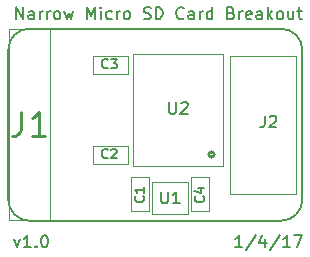
<source format=gbr>
%TF.GenerationSoftware,KiCad,Pcbnew,4.0.4+e1-6308~48~ubuntu16.04.1-stable*%
%TF.CreationDate,2017-01-04T16:55:51-08:00*%
%TF.ProjectId,sd-micro-pushpull-0475710001-breakout,73642D6D6963726F2D7075736870756C,v1.0*%
%TF.FileFunction,Other,Fab,Top*%
%FSLAX46Y46*%
G04 Gerber Fmt 4.6, Leading zero omitted, Abs format (unit mm)*
G04 Created by KiCad (PCBNEW 4.0.4+e1-6308~48~ubuntu16.04.1-stable) date Wed Jan  4 16:55:51 2017*
%MOMM*%
%LPD*%
G01*
G04 APERTURE LIST*
%ADD10C,0.350000*%
%ADD11C,0.152400*%
%ADD12C,0.050000*%
%ADD13C,0.040640*%
%ADD14C,0.254000*%
%ADD15C,0.050800*%
%ADD16C,0.150000*%
G04 APERTURE END LIST*
D10*
D11*
X122428003Y-110018286D02*
X122669908Y-110695619D01*
X122911812Y-110018286D01*
X123831050Y-110695619D02*
X123250479Y-110695619D01*
X123540765Y-110695619D02*
X123540765Y-109679619D01*
X123444003Y-109824762D01*
X123347241Y-109921524D01*
X123250479Y-109969905D01*
X124266479Y-110598857D02*
X124314860Y-110647238D01*
X124266479Y-110695619D01*
X124218098Y-110647238D01*
X124266479Y-110598857D01*
X124266479Y-110695619D01*
X124943813Y-109679619D02*
X125040574Y-109679619D01*
X125137336Y-109728000D01*
X125185717Y-109776381D01*
X125234098Y-109873143D01*
X125282479Y-110066667D01*
X125282479Y-110308571D01*
X125234098Y-110502095D01*
X125185717Y-110598857D01*
X125137336Y-110647238D01*
X125040574Y-110695619D01*
X124943813Y-110695619D01*
X124847051Y-110647238D01*
X124798670Y-110598857D01*
X124750289Y-110502095D01*
X124701908Y-110308571D01*
X124701908Y-110066667D01*
X124750289Y-109873143D01*
X124798670Y-109776381D01*
X124847051Y-109728000D01*
X124943813Y-109679619D01*
X141731998Y-110695619D02*
X141151427Y-110695619D01*
X141441713Y-110695619D02*
X141441713Y-109679619D01*
X141344951Y-109824762D01*
X141248189Y-109921524D01*
X141151427Y-109969905D01*
X142893141Y-109631238D02*
X142022284Y-110937524D01*
X143667236Y-110018286D02*
X143667236Y-110695619D01*
X143425332Y-109631238D02*
X143183427Y-110356952D01*
X143812379Y-110356952D01*
X144925141Y-109631238D02*
X144054284Y-110937524D01*
X145795998Y-110695619D02*
X145215427Y-110695619D01*
X145505713Y-110695619D02*
X145505713Y-109679619D01*
X145408951Y-109824762D01*
X145312189Y-109921524D01*
X145215427Y-109969905D01*
X146134665Y-109679619D02*
X146811998Y-109679619D01*
X146376570Y-110695619D01*
X122597336Y-91391619D02*
X122597336Y-90375619D01*
X123177907Y-91391619D01*
X123177907Y-90375619D01*
X124097145Y-91391619D02*
X124097145Y-90859429D01*
X124048764Y-90762667D01*
X123952002Y-90714286D01*
X123758479Y-90714286D01*
X123661717Y-90762667D01*
X124097145Y-91343238D02*
X124000383Y-91391619D01*
X123758479Y-91391619D01*
X123661717Y-91343238D01*
X123613336Y-91246476D01*
X123613336Y-91149714D01*
X123661717Y-91052952D01*
X123758479Y-91004571D01*
X124000383Y-91004571D01*
X124097145Y-90956190D01*
X124580955Y-91391619D02*
X124580955Y-90714286D01*
X124580955Y-90907810D02*
X124629336Y-90811048D01*
X124677717Y-90762667D01*
X124774479Y-90714286D01*
X124871240Y-90714286D01*
X125209907Y-91391619D02*
X125209907Y-90714286D01*
X125209907Y-90907810D02*
X125258288Y-90811048D01*
X125306669Y-90762667D01*
X125403431Y-90714286D01*
X125500192Y-90714286D01*
X125984002Y-91391619D02*
X125887240Y-91343238D01*
X125838859Y-91294857D01*
X125790478Y-91198095D01*
X125790478Y-90907810D01*
X125838859Y-90811048D01*
X125887240Y-90762667D01*
X125984002Y-90714286D01*
X126129144Y-90714286D01*
X126225906Y-90762667D01*
X126274287Y-90811048D01*
X126322668Y-90907810D01*
X126322668Y-91198095D01*
X126274287Y-91294857D01*
X126225906Y-91343238D01*
X126129144Y-91391619D01*
X125984002Y-91391619D01*
X126661335Y-90714286D02*
X126854859Y-91391619D01*
X127048382Y-90907810D01*
X127241906Y-91391619D01*
X127435430Y-90714286D01*
X128596573Y-91391619D02*
X128596573Y-90375619D01*
X128935239Y-91101333D01*
X129273906Y-90375619D01*
X129273906Y-91391619D01*
X129757716Y-91391619D02*
X129757716Y-90714286D01*
X129757716Y-90375619D02*
X129709335Y-90424000D01*
X129757716Y-90472381D01*
X129806097Y-90424000D01*
X129757716Y-90375619D01*
X129757716Y-90472381D01*
X130676954Y-91343238D02*
X130580192Y-91391619D01*
X130386669Y-91391619D01*
X130289907Y-91343238D01*
X130241526Y-91294857D01*
X130193145Y-91198095D01*
X130193145Y-90907810D01*
X130241526Y-90811048D01*
X130289907Y-90762667D01*
X130386669Y-90714286D01*
X130580192Y-90714286D01*
X130676954Y-90762667D01*
X131112383Y-91391619D02*
X131112383Y-90714286D01*
X131112383Y-90907810D02*
X131160764Y-90811048D01*
X131209145Y-90762667D01*
X131305907Y-90714286D01*
X131402668Y-90714286D01*
X131886478Y-91391619D02*
X131789716Y-91343238D01*
X131741335Y-91294857D01*
X131692954Y-91198095D01*
X131692954Y-90907810D01*
X131741335Y-90811048D01*
X131789716Y-90762667D01*
X131886478Y-90714286D01*
X132031620Y-90714286D01*
X132128382Y-90762667D01*
X132176763Y-90811048D01*
X132225144Y-90907810D01*
X132225144Y-91198095D01*
X132176763Y-91294857D01*
X132128382Y-91343238D01*
X132031620Y-91391619D01*
X131886478Y-91391619D01*
X133386287Y-91343238D02*
X133531430Y-91391619D01*
X133773334Y-91391619D01*
X133870096Y-91343238D01*
X133918477Y-91294857D01*
X133966858Y-91198095D01*
X133966858Y-91101333D01*
X133918477Y-91004571D01*
X133870096Y-90956190D01*
X133773334Y-90907810D01*
X133579811Y-90859429D01*
X133483049Y-90811048D01*
X133434668Y-90762667D01*
X133386287Y-90665905D01*
X133386287Y-90569143D01*
X133434668Y-90472381D01*
X133483049Y-90424000D01*
X133579811Y-90375619D01*
X133821715Y-90375619D01*
X133966858Y-90424000D01*
X134402287Y-91391619D02*
X134402287Y-90375619D01*
X134644192Y-90375619D01*
X134789334Y-90424000D01*
X134886096Y-90520762D01*
X134934477Y-90617524D01*
X134982858Y-90811048D01*
X134982858Y-90956190D01*
X134934477Y-91149714D01*
X134886096Y-91246476D01*
X134789334Y-91343238D01*
X134644192Y-91391619D01*
X134402287Y-91391619D01*
X136772953Y-91294857D02*
X136724572Y-91343238D01*
X136579429Y-91391619D01*
X136482667Y-91391619D01*
X136337525Y-91343238D01*
X136240763Y-91246476D01*
X136192382Y-91149714D01*
X136144001Y-90956190D01*
X136144001Y-90811048D01*
X136192382Y-90617524D01*
X136240763Y-90520762D01*
X136337525Y-90424000D01*
X136482667Y-90375619D01*
X136579429Y-90375619D01*
X136724572Y-90424000D01*
X136772953Y-90472381D01*
X137643810Y-91391619D02*
X137643810Y-90859429D01*
X137595429Y-90762667D01*
X137498667Y-90714286D01*
X137305144Y-90714286D01*
X137208382Y-90762667D01*
X137643810Y-91343238D02*
X137547048Y-91391619D01*
X137305144Y-91391619D01*
X137208382Y-91343238D01*
X137160001Y-91246476D01*
X137160001Y-91149714D01*
X137208382Y-91052952D01*
X137305144Y-91004571D01*
X137547048Y-91004571D01*
X137643810Y-90956190D01*
X138127620Y-91391619D02*
X138127620Y-90714286D01*
X138127620Y-90907810D02*
X138176001Y-90811048D01*
X138224382Y-90762667D01*
X138321144Y-90714286D01*
X138417905Y-90714286D01*
X139192000Y-91391619D02*
X139192000Y-90375619D01*
X139192000Y-91343238D02*
X139095238Y-91391619D01*
X138901715Y-91391619D01*
X138804953Y-91343238D01*
X138756572Y-91294857D01*
X138708191Y-91198095D01*
X138708191Y-90907810D01*
X138756572Y-90811048D01*
X138804953Y-90762667D01*
X138901715Y-90714286D01*
X139095238Y-90714286D01*
X139192000Y-90762667D01*
X140788571Y-90859429D02*
X140933714Y-90907810D01*
X140982095Y-90956190D01*
X141030476Y-91052952D01*
X141030476Y-91198095D01*
X140982095Y-91294857D01*
X140933714Y-91343238D01*
X140836952Y-91391619D01*
X140449905Y-91391619D01*
X140449905Y-90375619D01*
X140788571Y-90375619D01*
X140885333Y-90424000D01*
X140933714Y-90472381D01*
X140982095Y-90569143D01*
X140982095Y-90665905D01*
X140933714Y-90762667D01*
X140885333Y-90811048D01*
X140788571Y-90859429D01*
X140449905Y-90859429D01*
X141465905Y-91391619D02*
X141465905Y-90714286D01*
X141465905Y-90907810D02*
X141514286Y-90811048D01*
X141562667Y-90762667D01*
X141659429Y-90714286D01*
X141756190Y-90714286D01*
X142481904Y-91343238D02*
X142385142Y-91391619D01*
X142191619Y-91391619D01*
X142094857Y-91343238D01*
X142046476Y-91246476D01*
X142046476Y-90859429D01*
X142094857Y-90762667D01*
X142191619Y-90714286D01*
X142385142Y-90714286D01*
X142481904Y-90762667D01*
X142530285Y-90859429D01*
X142530285Y-90956190D01*
X142046476Y-91052952D01*
X143401142Y-91391619D02*
X143401142Y-90859429D01*
X143352761Y-90762667D01*
X143255999Y-90714286D01*
X143062476Y-90714286D01*
X142965714Y-90762667D01*
X143401142Y-91343238D02*
X143304380Y-91391619D01*
X143062476Y-91391619D01*
X142965714Y-91343238D01*
X142917333Y-91246476D01*
X142917333Y-91149714D01*
X142965714Y-91052952D01*
X143062476Y-91004571D01*
X143304380Y-91004571D01*
X143401142Y-90956190D01*
X143884952Y-91391619D02*
X143884952Y-90375619D01*
X143981714Y-91004571D02*
X144271999Y-91391619D01*
X144271999Y-90714286D02*
X143884952Y-91101333D01*
X144852571Y-91391619D02*
X144755809Y-91343238D01*
X144707428Y-91294857D01*
X144659047Y-91198095D01*
X144659047Y-90907810D01*
X144707428Y-90811048D01*
X144755809Y-90762667D01*
X144852571Y-90714286D01*
X144997713Y-90714286D01*
X145094475Y-90762667D01*
X145142856Y-90811048D01*
X145191237Y-90907810D01*
X145191237Y-91198095D01*
X145142856Y-91294857D01*
X145094475Y-91343238D01*
X144997713Y-91391619D01*
X144852571Y-91391619D01*
X146062094Y-90714286D02*
X146062094Y-91391619D01*
X145626666Y-90714286D02*
X145626666Y-91246476D01*
X145675047Y-91343238D01*
X145771809Y-91391619D01*
X145916951Y-91391619D01*
X146013713Y-91343238D01*
X146062094Y-91294857D01*
X146400761Y-90714286D02*
X146787809Y-90714286D01*
X146545904Y-90375619D02*
X146545904Y-91246476D01*
X146594285Y-91343238D01*
X146691047Y-91391619D01*
X146787809Y-91391619D01*
X121920000Y-93980000D02*
X121920000Y-106680000D01*
X146812000Y-93980000D02*
X146812000Y-106680000D01*
X121920000Y-106680000D02*
G75*
G03X123698000Y-108458000I1778000J0D01*
G01*
X145034000Y-108458000D02*
X123698000Y-108458000D01*
X145034000Y-108458000D02*
G75*
G03X146812000Y-106680000I0J1778000D01*
G01*
X146812000Y-93980000D02*
G75*
G03X145034000Y-92202000I-1778000J0D01*
G01*
X123698000Y-92202000D02*
X145034000Y-92202000D01*
X123698000Y-92202000D02*
G75*
G03X121920000Y-93980000I0J-1778000D01*
G01*
D12*
X133846000Y-104722000D02*
X133846000Y-107622000D01*
X133846000Y-104722000D02*
X132346000Y-104722000D01*
X133846000Y-107622000D02*
X132346000Y-107622000D01*
X132346000Y-104722000D02*
X132346000Y-107622000D01*
X132018000Y-103620000D02*
X129118000Y-103620000D01*
X132018000Y-103620000D02*
X132018000Y-102120000D01*
X129118000Y-103620000D02*
X129118000Y-102120000D01*
X132018000Y-102120000D02*
X129118000Y-102120000D01*
X132018000Y-96000000D02*
X129118000Y-96000000D01*
X132018000Y-96000000D02*
X132018000Y-94500000D01*
X129118000Y-96000000D02*
X129118000Y-94500000D01*
X132018000Y-94500000D02*
X129118000Y-94500000D01*
X138926000Y-104734000D02*
X138926000Y-107634000D01*
X138926000Y-104734000D02*
X137426000Y-104734000D01*
X138926000Y-107634000D02*
X137426000Y-107634000D01*
X137426000Y-104734000D02*
X137426000Y-107634000D01*
X125448000Y-108430000D02*
X125448000Y-92230000D01*
X125458000Y-108420000D02*
X121958000Y-108420000D01*
X121968000Y-108440000D02*
X121968000Y-92240000D01*
X125468000Y-92250000D02*
X121968000Y-92250000D01*
X146284000Y-106197400D02*
X146284000Y-94513400D01*
X140721400Y-106197400D02*
X146284000Y-106197400D01*
X140721400Y-94513400D02*
X146284000Y-94513400D01*
X140721400Y-106197400D02*
X140721400Y-94513400D01*
D13*
X137160000Y-107871500D02*
X137160000Y-105204500D01*
X134112000Y-107871500D02*
X137160000Y-107871500D01*
X134112000Y-105204500D02*
X134112000Y-107871500D01*
X137160000Y-105204500D02*
X134112000Y-105204500D01*
D14*
X139351213Y-102860000D02*
G75*
G03X139351213Y-102860000I-223607J0D01*
G01*
D15*
X140104000Y-103860000D02*
X140104000Y-103760000D01*
X132504000Y-103860000D02*
X140104000Y-103860000D01*
X132504000Y-94360000D02*
X132504000Y-103860000D01*
X140104000Y-94360000D02*
X132504000Y-94360000D01*
X140104000Y-103760000D02*
X140104000Y-94360000D01*
D16*
X133341714Y-106395333D02*
X133379810Y-106433428D01*
X133417905Y-106547714D01*
X133417905Y-106623904D01*
X133379810Y-106738190D01*
X133303619Y-106814381D01*
X133227429Y-106852476D01*
X133075048Y-106890571D01*
X132960762Y-106890571D01*
X132808381Y-106852476D01*
X132732190Y-106814381D01*
X132656000Y-106738190D01*
X132617905Y-106623904D01*
X132617905Y-106547714D01*
X132656000Y-106433428D01*
X132694095Y-106395333D01*
X133417905Y-105633428D02*
X133417905Y-106090571D01*
X133417905Y-105862000D02*
X132617905Y-105862000D01*
X132732190Y-105938190D01*
X132808381Y-106014381D01*
X132846476Y-106090571D01*
X130344667Y-103115714D02*
X130306572Y-103153810D01*
X130192286Y-103191905D01*
X130116096Y-103191905D01*
X130001810Y-103153810D01*
X129925619Y-103077619D01*
X129887524Y-103001429D01*
X129849429Y-102849048D01*
X129849429Y-102734762D01*
X129887524Y-102582381D01*
X129925619Y-102506190D01*
X130001810Y-102430000D01*
X130116096Y-102391905D01*
X130192286Y-102391905D01*
X130306572Y-102430000D01*
X130344667Y-102468095D01*
X130649429Y-102468095D02*
X130687524Y-102430000D01*
X130763715Y-102391905D01*
X130954191Y-102391905D01*
X131030381Y-102430000D01*
X131068477Y-102468095D01*
X131106572Y-102544286D01*
X131106572Y-102620476D01*
X131068477Y-102734762D01*
X130611334Y-103191905D01*
X131106572Y-103191905D01*
X130344667Y-95495714D02*
X130306572Y-95533810D01*
X130192286Y-95571905D01*
X130116096Y-95571905D01*
X130001810Y-95533810D01*
X129925619Y-95457619D01*
X129887524Y-95381429D01*
X129849429Y-95229048D01*
X129849429Y-95114762D01*
X129887524Y-94962381D01*
X129925619Y-94886190D01*
X130001810Y-94810000D01*
X130116096Y-94771905D01*
X130192286Y-94771905D01*
X130306572Y-94810000D01*
X130344667Y-94848095D01*
X130611334Y-94771905D02*
X131106572Y-94771905D01*
X130839905Y-95076667D01*
X130954191Y-95076667D01*
X131030381Y-95114762D01*
X131068477Y-95152857D01*
X131106572Y-95229048D01*
X131106572Y-95419524D01*
X131068477Y-95495714D01*
X131030381Y-95533810D01*
X130954191Y-95571905D01*
X130725619Y-95571905D01*
X130649429Y-95533810D01*
X130611334Y-95495714D01*
X138421714Y-106407333D02*
X138459810Y-106445428D01*
X138497905Y-106559714D01*
X138497905Y-106635904D01*
X138459810Y-106750190D01*
X138383619Y-106826381D01*
X138307429Y-106864476D01*
X138155048Y-106902571D01*
X138040762Y-106902571D01*
X137888381Y-106864476D01*
X137812190Y-106826381D01*
X137736000Y-106750190D01*
X137697905Y-106635904D01*
X137697905Y-106559714D01*
X137736000Y-106445428D01*
X137774095Y-106407333D01*
X137964571Y-105721619D02*
X138497905Y-105721619D01*
X137659810Y-105912095D02*
X138231238Y-106102571D01*
X138231238Y-105607333D01*
D14*
X123030667Y-99217238D02*
X123030667Y-100668667D01*
X122933905Y-100958952D01*
X122740381Y-101152476D01*
X122450096Y-101249238D01*
X122256572Y-101249238D01*
X125062666Y-101249238D02*
X123901524Y-101249238D01*
X124482095Y-101249238D02*
X124482095Y-99217238D01*
X124288571Y-99507524D01*
X124095047Y-99701048D01*
X123901524Y-99797810D01*
D16*
X143612667Y-99553781D02*
X143612667Y-100268067D01*
X143565047Y-100410924D01*
X143469809Y-100506162D01*
X143326952Y-100553781D01*
X143231714Y-100553781D01*
X144041238Y-99649019D02*
X144088857Y-99601400D01*
X144184095Y-99553781D01*
X144422191Y-99553781D01*
X144517429Y-99601400D01*
X144565048Y-99649019D01*
X144612667Y-99744257D01*
X144612667Y-99839495D01*
X144565048Y-99982352D01*
X143993619Y-100553781D01*
X144612667Y-100553781D01*
X134874095Y-105990381D02*
X134874095Y-106799905D01*
X134921714Y-106895143D01*
X134969333Y-106942762D01*
X135064571Y-106990381D01*
X135255048Y-106990381D01*
X135350286Y-106942762D01*
X135397905Y-106895143D01*
X135445524Y-106799905D01*
X135445524Y-105990381D01*
X136445524Y-106990381D02*
X135874095Y-106990381D01*
X136159809Y-106990381D02*
X136159809Y-105990381D01*
X136064571Y-106133238D01*
X135969333Y-106228476D01*
X135874095Y-106276095D01*
X135542095Y-98412381D02*
X135542095Y-99221905D01*
X135589714Y-99317143D01*
X135637333Y-99364762D01*
X135732571Y-99412381D01*
X135923048Y-99412381D01*
X136018286Y-99364762D01*
X136065905Y-99317143D01*
X136113524Y-99221905D01*
X136113524Y-98412381D01*
X136542095Y-98507619D02*
X136589714Y-98460000D01*
X136684952Y-98412381D01*
X136923048Y-98412381D01*
X137018286Y-98460000D01*
X137065905Y-98507619D01*
X137113524Y-98602857D01*
X137113524Y-98698095D01*
X137065905Y-98840952D01*
X136494476Y-99412381D01*
X137113524Y-99412381D01*
M02*

</source>
